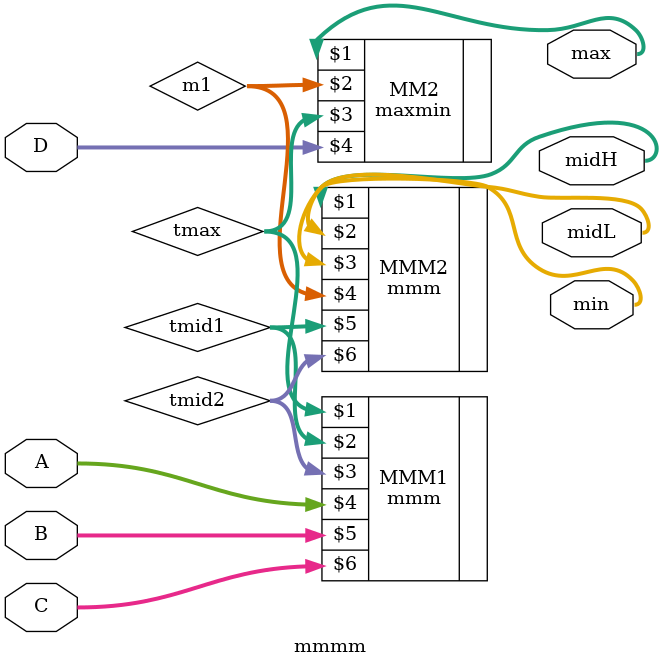
<source format=v>
module mmmm (max,midH,midL,min,A,B,C,D); //816*2+272 = 1904

input [7:0] A,B,C,D;
output [7:0] max,midH,midL,min;

wire [7:0] tmax,tmid1,tmid2,m1;

mmm MMM1 (tmax,tmid1,tmid2,A,B,C);
maxmin MM2 (max,m1,tmax,D);
mmm MMM2 (midH,midL,min,m1,tmid1,tmid2);

endmodule

</source>
